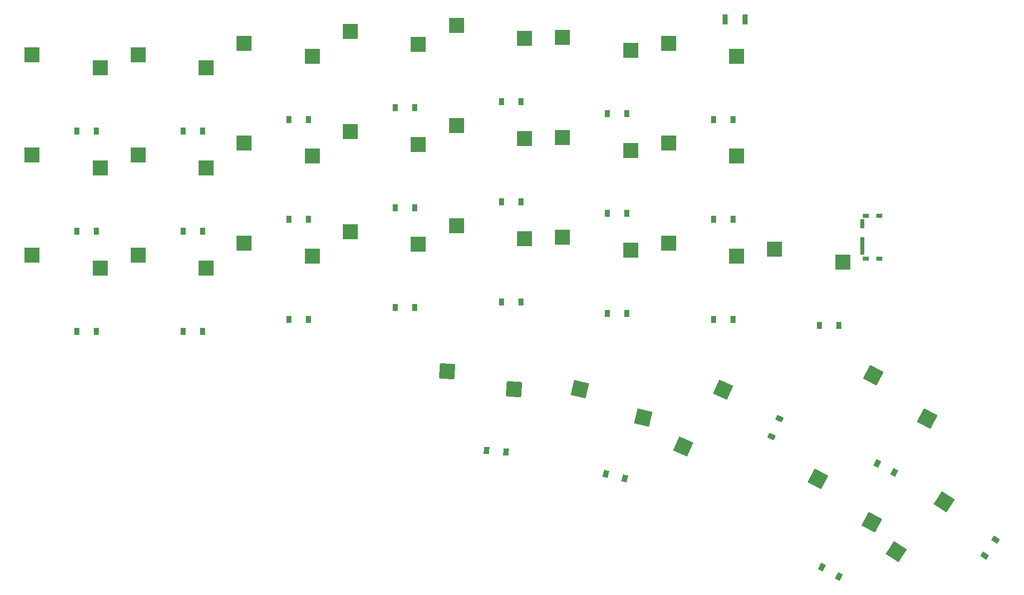
<source format=gbr>
%TF.GenerationSoftware,KiCad,Pcbnew,6.0.7*%
%TF.CreationDate,2022-09-15T23:21:11-04:00*%
%TF.ProjectId,flutter_v2_wren,666c7574-7465-4725-9f76-325f7772656e,v1.0.0*%
%TF.SameCoordinates,Original*%
%TF.FileFunction,Paste,Bot*%
%TF.FilePolarity,Positive*%
%FSLAX46Y46*%
G04 Gerber Fmt 4.6, Leading zero omitted, Abs format (unit mm)*
G04 Created by KiCad (PCBNEW 6.0.7) date 2022-09-15 23:21:11*
%MOMM*%
%LPD*%
G01*
G04 APERTURE LIST*
G04 Aperture macros list*
%AMRotRect*
0 Rectangle, with rotation*
0 The origin of the aperture is its center*
0 $1 length*
0 $2 width*
0 $3 Rotation angle, in degrees counterclockwise*
0 Add horizontal line*
21,1,$1,$2,0,0,$3*%
G04 Aperture macros list end*
%ADD10R,2.600000X2.600000*%
%ADD11R,0.900000X1.200000*%
%ADD12RotRect,2.600000X2.600000X66.000000*%
%ADD13RotRect,0.900000X1.200000X246.000000*%
%ADD14RotRect,2.600000X2.600000X332.000000*%
%ADD15RotRect,0.900000X1.200000X152.000000*%
%ADD16RotRect,2.600000X2.600000X57.000000*%
%ADD17RotRect,0.900000X1.200000X237.000000*%
%ADD18RotRect,2.600000X2.600000X356.000000*%
%ADD19RotRect,0.900000X1.200000X176.000000*%
%ADD20RotRect,2.600000X2.600000X346.500000*%
%ADD21RotRect,0.900000X1.200000X166.500000*%
%ADD22R,0.900000X1.700000*%
%ADD23R,0.700000X1.500000*%
%ADD24R,1.000000X0.800000*%
G04 APERTURE END LIST*
D10*
%TO.C,S1*%
X-3275000Y5950000D03*
X8275000Y3750000D03*
%TD*%
D11*
%TO.C,D1*%
X4350000Y-7000000D03*
X7650000Y-7000000D03*
%TD*%
D10*
%TO.C,S2*%
X-3275000Y22950000D03*
X8275000Y20750000D03*
%TD*%
D11*
%TO.C,D2*%
X4350000Y10000000D03*
X7650000Y10000000D03*
%TD*%
D10*
%TO.C,S3*%
X-3275000Y39950000D03*
X8275000Y37750000D03*
%TD*%
D11*
%TO.C,D3*%
X4350000Y27000000D03*
X7650000Y27000000D03*
%TD*%
D10*
%TO.C,S4*%
X14725000Y5950000D03*
X26275000Y3750000D03*
%TD*%
D11*
%TO.C,D4*%
X22350000Y-7000000D03*
X25650000Y-7000000D03*
%TD*%
D10*
%TO.C,S5*%
X14725000Y22950000D03*
X26275000Y20750000D03*
%TD*%
D11*
%TO.C,D5*%
X22350000Y10000000D03*
X25650000Y10000000D03*
%TD*%
D10*
%TO.C,S6*%
X14725000Y39950000D03*
X26275000Y37750000D03*
%TD*%
D11*
%TO.C,D6*%
X22350000Y27000000D03*
X25650000Y27000000D03*
%TD*%
D10*
%TO.C,S7*%
X32725000Y7950000D03*
X44275000Y5750000D03*
%TD*%
D11*
%TO.C,D7*%
X40350000Y-5000000D03*
X43650000Y-5000000D03*
%TD*%
D10*
%TO.C,S8*%
X32725000Y24950000D03*
X44275000Y22750000D03*
%TD*%
D11*
%TO.C,D8*%
X40350000Y12000000D03*
X43650000Y12000000D03*
%TD*%
D10*
%TO.C,S9*%
X32725000Y41950000D03*
X44275000Y39750000D03*
%TD*%
D11*
%TO.C,D9*%
X40350000Y29000000D03*
X43650000Y29000000D03*
%TD*%
D10*
%TO.C,S10*%
X50725000Y9950000D03*
X62275000Y7750000D03*
%TD*%
D11*
%TO.C,D10*%
X58350000Y-3000000D03*
X61650000Y-3000000D03*
%TD*%
D10*
%TO.C,S11*%
X50725000Y26950000D03*
X62275000Y24750000D03*
%TD*%
D11*
%TO.C,D11*%
X58350000Y14000000D03*
X61650000Y14000000D03*
%TD*%
D10*
%TO.C,S12*%
X50725000Y43950000D03*
X62275000Y41750000D03*
%TD*%
D11*
%TO.C,D12*%
X58350000Y31000000D03*
X61650000Y31000000D03*
%TD*%
D10*
%TO.C,S13*%
X68725000Y10950000D03*
X80275000Y8750000D03*
%TD*%
D11*
%TO.C,D13*%
X76350000Y-2000000D03*
X79650000Y-2000000D03*
%TD*%
D10*
%TO.C,S14*%
X68725000Y27950000D03*
X80275000Y25750000D03*
%TD*%
D11*
%TO.C,D14*%
X76350000Y15000000D03*
X79650000Y15000000D03*
%TD*%
D10*
%TO.C,S15*%
X68725000Y44950000D03*
X80275000Y42750000D03*
%TD*%
D11*
%TO.C,D15*%
X76350000Y32000000D03*
X79650000Y32000000D03*
%TD*%
D10*
%TO.C,S16*%
X86725000Y8950000D03*
X98275000Y6750000D03*
%TD*%
D11*
%TO.C,D16*%
X94350000Y-4000000D03*
X97650000Y-4000000D03*
%TD*%
D10*
%TO.C,S17*%
X86725000Y25950000D03*
X98275000Y23750000D03*
%TD*%
D11*
%TO.C,D17*%
X94350000Y13000000D03*
X97650000Y13000000D03*
%TD*%
D10*
%TO.C,S18*%
X86725000Y42950000D03*
X98275000Y40750000D03*
%TD*%
D11*
%TO.C,D18*%
X94350000Y30000000D03*
X97650000Y30000000D03*
%TD*%
D10*
%TO.C,S19*%
X104725000Y7950000D03*
X116275000Y5750000D03*
%TD*%
D11*
%TO.C,D19*%
X112350000Y-5000000D03*
X115650000Y-5000000D03*
%TD*%
D10*
%TO.C,S20*%
X104725000Y24950000D03*
X116275000Y22750000D03*
%TD*%
D11*
%TO.C,D20*%
X112350000Y12000000D03*
X115650000Y12000000D03*
%TD*%
D10*
%TO.C,S21*%
X104725000Y41950000D03*
X116275000Y39750000D03*
%TD*%
D11*
%TO.C,D21*%
X112350000Y29000000D03*
X115650000Y29000000D03*
%TD*%
D12*
%TO.C,S22*%
X107232342Y-26571778D03*
X113939950Y-16915149D03*
%TD*%
D13*
%TO.C,D22*%
X122164123Y-24873234D03*
X123506353Y-21858534D03*
%TD*%
D14*
%TO.C,S23*%
X130057581Y-32094111D03*
X139222789Y-39458993D03*
%TD*%
D15*
%TO.C,D23*%
X130710399Y-47108004D03*
X133624127Y-48657260D03*
%TD*%
D14*
%TO.C,S24*%
X139447012Y-14435159D03*
X148612220Y-21800041D03*
%TD*%
D15*
%TO.C,D24*%
X140099831Y-29449052D03*
X143013559Y-30998308D03*
%TD*%
D16*
%TO.C,S25*%
X143360408Y-44483590D03*
X151496064Y-35995151D03*
%TD*%
D17*
%TO.C,D25*%
X158374065Y-45141802D03*
X160171373Y-42374190D03*
%TD*%
D10*
%TO.C,S26*%
X122725000Y6950000D03*
X134275000Y4750000D03*
%TD*%
D11*
%TO.C,D26*%
X130350000Y-6000000D03*
X133650000Y-6000000D03*
%TD*%
D18*
%TO.C,S27*%
X67148029Y-13836041D03*
X78516429Y-16836370D03*
%TD*%
D19*
%TO.C,D27*%
X73851108Y-27286389D03*
X77143070Y-27516585D03*
%TD*%
D20*
%TO.C,S28*%
X89704488Y-16849865D03*
X100421781Y-21685373D03*
%TD*%
D21*
%TO.C,D28*%
X94095692Y-31222077D03*
X97304512Y-31992447D03*
%TD*%
D22*
%TO.C,*%
X114300000Y46000000D03*
X117700000Y46000000D03*
%TD*%
D23*
%TO.C,*%
X137570000Y11250000D03*
X137570000Y8250000D03*
X137570000Y6750000D03*
D24*
X140430000Y12650000D03*
X140430000Y5350000D03*
X138220000Y5350000D03*
X138220000Y12650000D03*
%TD*%
M02*

</source>
